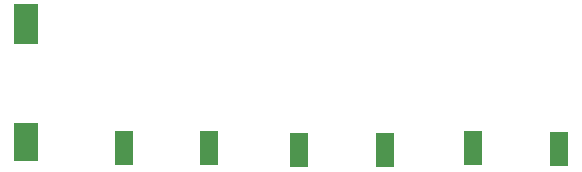
<source format=gbr>
G04 EAGLE Gerber RS-274X export*
G75*
%MOMM*%
%FSLAX34Y34*%
%LPD*%
%INSolderpaste Top*%
%IPPOS*%
%AMOC8*
5,1,8,0,0,1.08239X$1,22.5*%
G01*
%ADD10R,1.500000X3.000000*%
%ADD11R,2.000000X3.300000*%
%ADD12R,2.000000X3.500000*%


D10*
X447750Y416070D03*
X520350Y415570D03*
X596510Y414530D03*
X669110Y414030D03*
X743770Y415880D03*
X816370Y415380D03*
D11*
X364730Y420690D03*
D12*
X364730Y520690D03*
M02*

</source>
